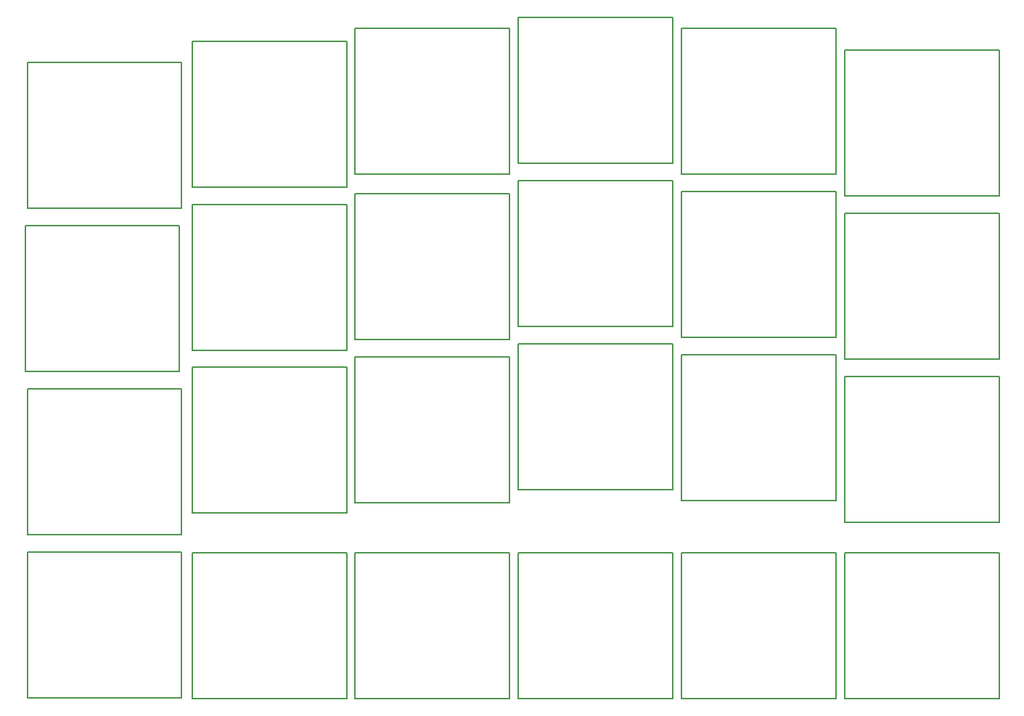
<source format=gbr>
%TF.GenerationSoftware,KiCad,Pcbnew,5.1.9*%
%TF.CreationDate,2021-01-06T03:20:38-06:00*%
%TF.ProjectId,halfboard,68616c66-626f-4617-9264-2e6b69636164,rev?*%
%TF.SameCoordinates,Original*%
%TF.FileFunction,OtherDrawing,Comment*%
%FSLAX46Y46*%
G04 Gerber Fmt 4.6, Leading zero omitted, Abs format (unit mm)*
G04 Created by KiCad (PCBNEW 5.1.9) date 2021-01-06 03:20:38*
%MOMM*%
%LPD*%
G01*
G04 APERTURE LIST*
%ADD10C,0.152400*%
G04 APERTURE END LIST*
D10*
%TO.C, *%
X156732303Y-70759730D02*
X138732303Y-70759730D01*
X138732303Y-70759730D02*
X138732303Y-53759730D01*
X138732303Y-53759730D02*
X156732303Y-53759730D01*
X156732303Y-53759730D02*
X156732303Y-70759730D01*
X156732303Y-89809730D02*
X138732303Y-89809730D01*
X138732303Y-89809730D02*
X138732303Y-72809730D01*
X138732303Y-72809730D02*
X156732303Y-72809730D01*
X156732303Y-72809730D02*
X156732303Y-89809730D01*
X156732303Y-108859730D02*
X138732303Y-108859730D01*
X138732303Y-108859730D02*
X138732303Y-91859730D01*
X138732303Y-91859730D02*
X156732303Y-91859730D01*
X156732303Y-91859730D02*
X156732303Y-108859730D01*
X156732303Y-129433730D02*
X138732303Y-129433730D01*
X138732303Y-129433730D02*
X138732303Y-112433730D01*
X138732303Y-112433730D02*
X156732303Y-112433730D01*
X156732303Y-112433730D02*
X156732303Y-129433730D01*
X137682303Y-129433730D02*
X119682303Y-129433730D01*
X119682303Y-129433730D02*
X119682303Y-112433730D01*
X119682303Y-112433730D02*
X137682303Y-112433730D01*
X137682303Y-112433730D02*
X137682303Y-129433730D01*
X118632303Y-129433730D02*
X100632303Y-129433730D01*
X100632303Y-129433730D02*
X100632303Y-112433730D01*
X100632303Y-112433730D02*
X118632303Y-112433730D01*
X118632303Y-112433730D02*
X118632303Y-129433730D01*
X99582303Y-129433730D02*
X81582303Y-129433730D01*
X81582303Y-129433730D02*
X81582303Y-112433730D01*
X81582303Y-112433730D02*
X99582303Y-112433730D01*
X99582303Y-112433730D02*
X99582303Y-129433730D01*
X137682303Y-106319730D02*
X119682303Y-106319730D01*
X119682303Y-106319730D02*
X119682303Y-89319730D01*
X119682303Y-89319730D02*
X137682303Y-89319730D01*
X137682303Y-89319730D02*
X137682303Y-106319730D01*
X137682303Y-87269730D02*
X119682303Y-87269730D01*
X119682303Y-87269730D02*
X119682303Y-70269730D01*
X119682303Y-70269730D02*
X137682303Y-70269730D01*
X137682303Y-70269730D02*
X137682303Y-87269730D01*
X137682303Y-68219730D02*
X119682303Y-68219730D01*
X119682303Y-68219730D02*
X119682303Y-51219730D01*
X119682303Y-51219730D02*
X137682303Y-51219730D01*
X137682303Y-51219730D02*
X137682303Y-68219730D01*
X118632303Y-66949730D02*
X100632303Y-66949730D01*
X100632303Y-66949730D02*
X100632303Y-49949730D01*
X100632303Y-49949730D02*
X118632303Y-49949730D01*
X118632303Y-49949730D02*
X118632303Y-66949730D01*
X118632303Y-85999730D02*
X100632303Y-85999730D01*
X100632303Y-85999730D02*
X100632303Y-68999730D01*
X100632303Y-68999730D02*
X118632303Y-68999730D01*
X118632303Y-68999730D02*
X118632303Y-85999730D01*
X118632303Y-105049730D02*
X100632303Y-105049730D01*
X100632303Y-105049730D02*
X100632303Y-88049730D01*
X100632303Y-88049730D02*
X118632303Y-88049730D01*
X118632303Y-88049730D02*
X118632303Y-105049730D01*
X99582303Y-106573730D02*
X81582303Y-106573730D01*
X81582303Y-106573730D02*
X81582303Y-89573730D01*
X81582303Y-89573730D02*
X99582303Y-89573730D01*
X99582303Y-89573730D02*
X99582303Y-106573730D01*
X99582303Y-87523730D02*
X81582303Y-87523730D01*
X81582303Y-87523730D02*
X81582303Y-70523730D01*
X81582303Y-70523730D02*
X99582303Y-70523730D01*
X99582303Y-70523730D02*
X99582303Y-87523730D01*
X99582303Y-68219730D02*
X81582303Y-68219730D01*
X81582303Y-68219730D02*
X81582303Y-51219730D01*
X81582303Y-51219730D02*
X99582303Y-51219730D01*
X99582303Y-51219730D02*
X99582303Y-68219730D01*
X80589231Y-69743730D02*
X62589231Y-69743730D01*
X62589231Y-69743730D02*
X62589231Y-52743730D01*
X62589231Y-52743730D02*
X80589231Y-52743730D01*
X80589231Y-52743730D02*
X80589231Y-69743730D01*
X80589231Y-88791829D02*
X62589231Y-88791829D01*
X62589231Y-88791829D02*
X62589231Y-71791829D01*
X62589231Y-71791829D02*
X80589231Y-71791829D01*
X80589231Y-71791829D02*
X80589231Y-88791829D01*
X80589231Y-107800230D02*
X62589231Y-107800230D01*
X62589231Y-107800230D02*
X62589231Y-90800230D01*
X62589231Y-90800230D02*
X80589231Y-90800230D01*
X80589231Y-90800230D02*
X80589231Y-107800230D01*
X80589231Y-129433730D02*
X62589231Y-129433730D01*
X62589231Y-129433730D02*
X62589231Y-112433730D01*
X62589231Y-112433730D02*
X80589231Y-112433730D01*
X80589231Y-112433730D02*
X80589231Y-129433730D01*
X61324000Y-129404000D02*
X43324000Y-129404000D01*
X43324000Y-129404000D02*
X43324000Y-112404000D01*
X43324000Y-112404000D02*
X61324000Y-112404000D01*
X61324000Y-112404000D02*
X61324000Y-129404000D01*
X61324000Y-110354000D02*
X43324000Y-110354000D01*
X43324000Y-110354000D02*
X43324000Y-93354000D01*
X43324000Y-93354000D02*
X61324000Y-93354000D01*
X61324000Y-93354000D02*
X61324000Y-110354000D01*
X61070000Y-91304000D02*
X43070000Y-91304000D01*
X43070000Y-91304000D02*
X43070000Y-74304000D01*
X43070000Y-74304000D02*
X61070000Y-74304000D01*
X61070000Y-74304000D02*
X61070000Y-91304000D01*
X61324000Y-72254000D02*
X43324000Y-72254000D01*
X43324000Y-72254000D02*
X43324000Y-55254000D01*
X43324000Y-55254000D02*
X61324000Y-55254000D01*
X61324000Y-55254000D02*
X61324000Y-72254000D01*
%TD*%
M02*

</source>
